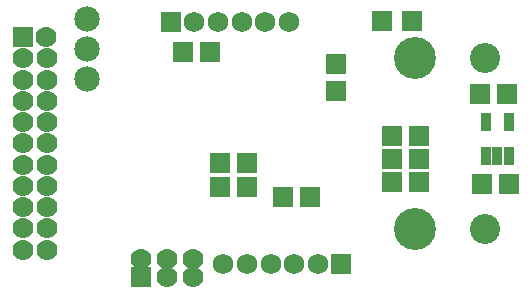
<source format=gbs>
%FSLAX24Y24*%
%MOIN*%
G04 EasyPC Gerber Version 16.0.6 Build 3249 *
%ADD75R,0.03756X0.06118*%
%ADD74R,0.06500X0.07000*%
%ADD77R,0.06906X0.06906*%
%ADD27R,0.07000X0.07000*%
%ADD73R,0.07000X0.07000*%
%ADD78C,0.06906*%
%ADD26C,0.07000*%
%ADD99C,0.08480*%
%ADD29C,0.10055*%
%ADD28C,0.13992*%
%ADD72R,0.07000X0.06500*%
X0Y0D02*
D02*
D26*
X871Y6077D03*
Y6786D03*
Y7495D03*
Y8203D03*
Y8912D03*
Y9621D03*
Y10329D03*
Y11038D03*
Y11747D03*
Y12455D03*
X1647Y13176D03*
X1655Y12467D03*
X1659Y6077D03*
Y6786D03*
Y7495D03*
Y8203D03*
Y8912D03*
Y9621D03*
Y10329D03*
Y11038D03*
Y11747D03*
X4789Y5782D03*
X5655Y5152D03*
Y5782D03*
X6521Y5152D03*
Y5782D03*
D02*
D27*
X871Y13164D03*
D02*
D28*
X13942Y6766D03*
Y12475D03*
D02*
D29*
X16275Y6766D03*
Y12475D03*
D02*
D72*
X6189Y12652D03*
X7089D03*
X7429Y8184D03*
Y8951D03*
X8329Y8184D03*
Y8951D03*
X9536Y7829D03*
X10436D03*
X13177Y8341D03*
Y9109D03*
Y9877D03*
X14077Y8341D03*
Y9109D03*
Y9877D03*
X16110Y11274D03*
X16150Y8282D03*
X17010Y11274D03*
X17050Y8282D03*
D02*
D73*
X12824Y13696D03*
X13824D03*
D02*
D74*
X11305Y11356D03*
Y12256D03*
D02*
D75*
X16305Y9188D03*
Y10329D03*
X16679Y9188D03*
X17053D03*
Y10329D03*
D02*
D77*
X4789Y5152D03*
X5793Y13676D03*
X11482Y5605D03*
D02*
D78*
X6580Y13676D03*
X7368D03*
X7545Y5605D03*
X8155Y13676D03*
X8332Y5605D03*
X8942Y13676D03*
X9119Y5605D03*
X9730Y13676D03*
X9907Y5605D03*
X10694D03*
D02*
D99*
X2997Y11751D03*
Y12751D03*
Y13751D03*
X0Y0D02*
M02*

</source>
